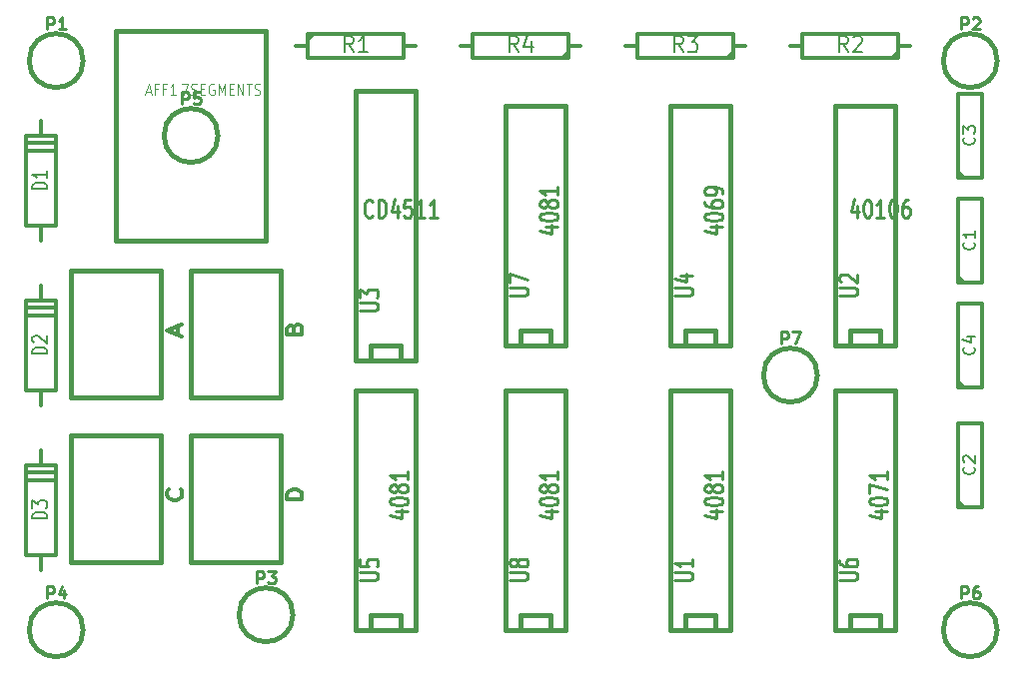
<source format=gto>
G04 (created by PCBNEW (2013-07-07 BZR 4022)-stable) date 17-11-2017 21:30:10*
%MOIN*%
G04 Gerber Fmt 3.4, Leading zero omitted, Abs format*
%FSLAX34Y34*%
G01*
G70*
G90*
G04 APERTURE LIST*
%ADD10C,0.00590551*%
%ADD11C,0.012*%
%ADD12C,0.015*%
%ADD13C,0.008*%
%ADD14C,0.01125*%
%ADD15C,0.00393701*%
%ADD16C,0.01*%
G04 APERTURE END LIST*
G54D10*
G54D11*
X52500Y-23000D02*
X52900Y-23000D01*
X52900Y-23000D02*
X52900Y-22600D01*
X52900Y-22600D02*
X56100Y-22600D01*
X56100Y-22600D02*
X56100Y-23400D01*
X56100Y-23400D02*
X52900Y-23400D01*
X52900Y-23400D02*
X52900Y-23000D01*
X52900Y-22800D02*
X53100Y-22600D01*
X56500Y-23000D02*
X56100Y-23000D01*
X73000Y-23000D02*
X72600Y-23000D01*
X72600Y-23000D02*
X72600Y-23400D01*
X72600Y-23400D02*
X69400Y-23400D01*
X69400Y-23400D02*
X69400Y-22600D01*
X69400Y-22600D02*
X72600Y-22600D01*
X72600Y-22600D02*
X72600Y-23000D01*
X72600Y-23200D02*
X72400Y-23400D01*
X69000Y-23000D02*
X69400Y-23000D01*
X67500Y-23000D02*
X67100Y-23000D01*
X67100Y-23000D02*
X67100Y-23400D01*
X67100Y-23400D02*
X63900Y-23400D01*
X63900Y-23400D02*
X63900Y-22600D01*
X63900Y-22600D02*
X67100Y-22600D01*
X67100Y-22600D02*
X67100Y-23000D01*
X67100Y-23200D02*
X66900Y-23400D01*
X63500Y-23000D02*
X63900Y-23000D01*
X62000Y-23000D02*
X61600Y-23000D01*
X61600Y-23000D02*
X61600Y-23400D01*
X61600Y-23400D02*
X58400Y-23400D01*
X58400Y-23400D02*
X58400Y-22600D01*
X58400Y-22600D02*
X61600Y-22600D01*
X61600Y-22600D02*
X61600Y-23000D01*
X61600Y-23200D02*
X61400Y-23400D01*
X58000Y-23000D02*
X58400Y-23000D01*
G54D12*
X55000Y-33500D02*
X55000Y-33500D01*
X55000Y-33500D02*
X55000Y-33000D01*
X55000Y-33000D02*
X56000Y-33000D01*
X56000Y-33000D02*
X56000Y-33500D01*
X54500Y-33500D02*
X54500Y-24500D01*
X54500Y-24500D02*
X56500Y-24500D01*
X56500Y-24500D02*
X56500Y-33500D01*
X56500Y-33500D02*
X54500Y-33500D01*
X59500Y-33000D02*
X59500Y-25000D01*
X61500Y-25000D02*
X61500Y-33000D01*
X61500Y-33000D02*
X59500Y-33000D01*
X60000Y-33000D02*
X60000Y-32500D01*
X60000Y-32500D02*
X61000Y-32500D01*
X61000Y-32500D02*
X61000Y-33000D01*
X59500Y-25000D02*
X61500Y-25000D01*
X54500Y-42500D02*
X54500Y-34500D01*
X56500Y-34500D02*
X56500Y-42500D01*
X56500Y-42500D02*
X54500Y-42500D01*
X55000Y-42500D02*
X55000Y-42000D01*
X55000Y-42000D02*
X56000Y-42000D01*
X56000Y-42000D02*
X56000Y-42500D01*
X54500Y-34500D02*
X56500Y-34500D01*
X65000Y-33000D02*
X65000Y-25000D01*
X67000Y-25000D02*
X67000Y-33000D01*
X67000Y-33000D02*
X65000Y-33000D01*
X65500Y-33000D02*
X65500Y-32500D01*
X65500Y-32500D02*
X66500Y-32500D01*
X66500Y-32500D02*
X66500Y-33000D01*
X65000Y-25000D02*
X67000Y-25000D01*
X70500Y-42500D02*
X70500Y-34500D01*
X72500Y-34500D02*
X72500Y-42500D01*
X72500Y-42500D02*
X70500Y-42500D01*
X71000Y-42500D02*
X71000Y-42000D01*
X71000Y-42000D02*
X72000Y-42000D01*
X72000Y-42000D02*
X72000Y-42500D01*
X70500Y-34500D02*
X72500Y-34500D01*
X65000Y-42500D02*
X65000Y-34500D01*
X67000Y-34500D02*
X67000Y-42500D01*
X67000Y-42500D02*
X65000Y-42500D01*
X65500Y-42500D02*
X65500Y-42000D01*
X65500Y-42000D02*
X66500Y-42000D01*
X66500Y-42000D02*
X66500Y-42500D01*
X65000Y-34500D02*
X67000Y-34500D01*
X59500Y-42500D02*
X59500Y-34500D01*
X61500Y-34500D02*
X61500Y-42500D01*
X61500Y-42500D02*
X59500Y-42500D01*
X60000Y-42500D02*
X60000Y-42000D01*
X60000Y-42000D02*
X61000Y-42000D01*
X61000Y-42000D02*
X61000Y-42500D01*
X59500Y-34500D02*
X61500Y-34500D01*
X70500Y-33000D02*
X70500Y-25000D01*
X72500Y-25000D02*
X72500Y-33000D01*
X72500Y-33000D02*
X70500Y-33000D01*
X71000Y-33000D02*
X71000Y-32500D01*
X71000Y-32500D02*
X72000Y-32500D01*
X72000Y-32500D02*
X72000Y-33000D01*
X70500Y-25000D02*
X72500Y-25000D01*
G54D11*
X43500Y-29000D02*
X43500Y-26000D01*
X43500Y-26000D02*
X44500Y-26000D01*
X44500Y-26000D02*
X44500Y-29000D01*
X44500Y-29000D02*
X43500Y-29000D01*
X43500Y-26250D02*
X44500Y-26250D01*
X44500Y-26500D02*
X43500Y-26500D01*
X44000Y-29000D02*
X44000Y-29500D01*
X44000Y-26000D02*
X44000Y-25500D01*
X43500Y-34500D02*
X43500Y-31500D01*
X43500Y-31500D02*
X44500Y-31500D01*
X44500Y-31500D02*
X44500Y-34500D01*
X44500Y-34500D02*
X43500Y-34500D01*
X43500Y-31750D02*
X44500Y-31750D01*
X44500Y-32000D02*
X43500Y-32000D01*
X44000Y-34500D02*
X44000Y-35000D01*
X44000Y-31500D02*
X44000Y-31000D01*
X43500Y-40000D02*
X43500Y-37000D01*
X43500Y-37000D02*
X44500Y-37000D01*
X44500Y-37000D02*
X44500Y-40000D01*
X44500Y-40000D02*
X43500Y-40000D01*
X43500Y-37250D02*
X44500Y-37250D01*
X44500Y-37500D02*
X43500Y-37500D01*
X44000Y-40000D02*
X44000Y-40500D01*
X44000Y-37000D02*
X44000Y-36500D01*
X74600Y-34400D02*
X74600Y-31600D01*
X74600Y-31600D02*
X75400Y-31600D01*
X75400Y-31600D02*
X75400Y-34400D01*
X75400Y-34400D02*
X74600Y-34400D01*
X74800Y-34400D02*
X74600Y-34200D01*
X74600Y-27400D02*
X74600Y-24600D01*
X74600Y-24600D02*
X75400Y-24600D01*
X75400Y-24600D02*
X75400Y-27400D01*
X75400Y-27400D02*
X74600Y-27400D01*
X74800Y-27400D02*
X74600Y-27200D01*
X74600Y-38400D02*
X74600Y-35600D01*
X74600Y-35600D02*
X75400Y-35600D01*
X75400Y-35600D02*
X75400Y-38400D01*
X75400Y-38400D02*
X74600Y-38400D01*
X74800Y-38400D02*
X74600Y-38200D01*
X74600Y-30900D02*
X74600Y-28100D01*
X74600Y-28100D02*
X75400Y-28100D01*
X75400Y-28100D02*
X75400Y-30900D01*
X75400Y-30900D02*
X74600Y-30900D01*
X74800Y-30900D02*
X74600Y-30700D01*
G54D12*
X45000Y-30500D02*
X45000Y-34750D01*
X45000Y-34750D02*
X48000Y-34750D01*
X48000Y-34750D02*
X48000Y-30500D01*
X48000Y-30500D02*
X45000Y-30500D01*
X49000Y-30500D02*
X49000Y-34750D01*
X49000Y-34750D02*
X52000Y-34750D01*
X52000Y-34750D02*
X52000Y-30500D01*
X52000Y-30500D02*
X49000Y-30500D01*
X45000Y-36000D02*
X45000Y-40250D01*
X45000Y-40250D02*
X48000Y-40250D01*
X48000Y-40250D02*
X48000Y-36000D01*
X48000Y-36000D02*
X45000Y-36000D01*
X49000Y-36000D02*
X49000Y-40250D01*
X49000Y-40250D02*
X52000Y-40250D01*
X52000Y-40250D02*
X52000Y-36000D01*
X52000Y-36000D02*
X49000Y-36000D01*
X46500Y-29500D02*
X46500Y-22500D01*
X46500Y-22500D02*
X51500Y-22500D01*
X51500Y-22500D02*
X51500Y-29500D01*
X51500Y-29500D02*
X46500Y-29500D01*
X69900Y-34000D02*
G75*
G03X69900Y-34000I-900J0D01*
G74*
G01*
X49900Y-26000D02*
G75*
G03X49900Y-26000I-900J0D01*
G74*
G01*
X75900Y-42500D02*
G75*
G03X75900Y-42500I-900J0D01*
G74*
G01*
X45400Y-42500D02*
G75*
G03X45400Y-42500I-900J0D01*
G74*
G01*
X75900Y-23500D02*
G75*
G03X75900Y-23500I-900J0D01*
G74*
G01*
X52400Y-42000D02*
G75*
G03X52400Y-42000I-900J0D01*
G74*
G01*
X45400Y-23500D02*
G75*
G03X45400Y-23500I-900J0D01*
G74*
G01*
G54D13*
X54416Y-23222D02*
X54250Y-22960D01*
X54130Y-23222D02*
X54130Y-22672D01*
X54321Y-22672D01*
X54369Y-22698D01*
X54392Y-22725D01*
X54416Y-22777D01*
X54416Y-22855D01*
X54392Y-22908D01*
X54369Y-22934D01*
X54321Y-22960D01*
X54130Y-22960D01*
X54892Y-23222D02*
X54607Y-23222D01*
X54750Y-23222D02*
X54750Y-22672D01*
X54702Y-22751D01*
X54654Y-22803D01*
X54607Y-22829D01*
X70916Y-23222D02*
X70750Y-22960D01*
X70630Y-23222D02*
X70630Y-22672D01*
X70821Y-22672D01*
X70869Y-22698D01*
X70892Y-22725D01*
X70916Y-22777D01*
X70916Y-22855D01*
X70892Y-22908D01*
X70869Y-22934D01*
X70821Y-22960D01*
X70630Y-22960D01*
X71107Y-22725D02*
X71130Y-22698D01*
X71178Y-22672D01*
X71297Y-22672D01*
X71345Y-22698D01*
X71369Y-22725D01*
X71392Y-22777D01*
X71392Y-22829D01*
X71369Y-22908D01*
X71083Y-23222D01*
X71392Y-23222D01*
X65416Y-23222D02*
X65250Y-22960D01*
X65130Y-23222D02*
X65130Y-22672D01*
X65321Y-22672D01*
X65369Y-22698D01*
X65392Y-22725D01*
X65416Y-22777D01*
X65416Y-22855D01*
X65392Y-22908D01*
X65369Y-22934D01*
X65321Y-22960D01*
X65130Y-22960D01*
X65583Y-22672D02*
X65892Y-22672D01*
X65726Y-22882D01*
X65797Y-22882D01*
X65845Y-22908D01*
X65869Y-22934D01*
X65892Y-22986D01*
X65892Y-23117D01*
X65869Y-23170D01*
X65845Y-23196D01*
X65797Y-23222D01*
X65654Y-23222D01*
X65607Y-23196D01*
X65583Y-23170D01*
X59916Y-23222D02*
X59750Y-22960D01*
X59630Y-23222D02*
X59630Y-22672D01*
X59821Y-22672D01*
X59869Y-22698D01*
X59892Y-22725D01*
X59916Y-22777D01*
X59916Y-22855D01*
X59892Y-22908D01*
X59869Y-22934D01*
X59821Y-22960D01*
X59630Y-22960D01*
X60345Y-22855D02*
X60345Y-23222D01*
X60226Y-22646D02*
X60107Y-23039D01*
X60416Y-23039D01*
G54D14*
X54642Y-31842D02*
X55128Y-31842D01*
X55185Y-31821D01*
X55214Y-31800D01*
X55242Y-31757D01*
X55242Y-31671D01*
X55214Y-31628D01*
X55185Y-31607D01*
X55128Y-31585D01*
X54642Y-31585D01*
X54642Y-31414D02*
X54642Y-31135D01*
X54871Y-31285D01*
X54871Y-31221D01*
X54900Y-31178D01*
X54928Y-31157D01*
X54985Y-31135D01*
X55128Y-31135D01*
X55185Y-31157D01*
X55214Y-31178D01*
X55242Y-31221D01*
X55242Y-31350D01*
X55214Y-31392D01*
X55185Y-31414D01*
G54D11*
G54D14*
X55057Y-28685D02*
X55035Y-28714D01*
X54971Y-28742D01*
X54928Y-28742D01*
X54864Y-28714D01*
X54821Y-28657D01*
X54800Y-28600D01*
X54778Y-28485D01*
X54778Y-28400D01*
X54800Y-28285D01*
X54821Y-28228D01*
X54864Y-28171D01*
X54928Y-28142D01*
X54971Y-28142D01*
X55035Y-28171D01*
X55057Y-28200D01*
X55250Y-28742D02*
X55250Y-28142D01*
X55357Y-28142D01*
X55421Y-28171D01*
X55464Y-28228D01*
X55485Y-28285D01*
X55507Y-28400D01*
X55507Y-28485D01*
X55485Y-28600D01*
X55464Y-28657D01*
X55421Y-28714D01*
X55357Y-28742D01*
X55250Y-28742D01*
X55892Y-28342D02*
X55892Y-28742D01*
X55785Y-28114D02*
X55678Y-28542D01*
X55957Y-28542D01*
X56342Y-28142D02*
X56128Y-28142D01*
X56107Y-28428D01*
X56128Y-28400D01*
X56171Y-28371D01*
X56278Y-28371D01*
X56321Y-28400D01*
X56342Y-28428D01*
X56364Y-28485D01*
X56364Y-28628D01*
X56342Y-28685D01*
X56321Y-28714D01*
X56278Y-28742D01*
X56171Y-28742D01*
X56128Y-28714D01*
X56107Y-28685D01*
X56792Y-28742D02*
X56535Y-28742D01*
X56664Y-28742D02*
X56664Y-28142D01*
X56621Y-28228D01*
X56578Y-28285D01*
X56535Y-28314D01*
X57221Y-28742D02*
X56964Y-28742D01*
X57092Y-28742D02*
X57092Y-28142D01*
X57050Y-28228D01*
X57007Y-28285D01*
X56964Y-28314D01*
G54D11*
G54D14*
X59642Y-31342D02*
X60128Y-31342D01*
X60185Y-31321D01*
X60214Y-31300D01*
X60242Y-31257D01*
X60242Y-31171D01*
X60214Y-31128D01*
X60185Y-31107D01*
X60128Y-31085D01*
X59642Y-31085D01*
X59642Y-30914D02*
X59642Y-30614D01*
X60242Y-30807D01*
G54D11*
G54D14*
X60842Y-29057D02*
X61242Y-29057D01*
X60614Y-29164D02*
X61042Y-29271D01*
X61042Y-28992D01*
X60642Y-28735D02*
X60642Y-28692D01*
X60671Y-28650D01*
X60700Y-28628D01*
X60757Y-28607D01*
X60871Y-28585D01*
X61014Y-28585D01*
X61128Y-28607D01*
X61185Y-28628D01*
X61214Y-28650D01*
X61242Y-28692D01*
X61242Y-28735D01*
X61214Y-28778D01*
X61185Y-28800D01*
X61128Y-28821D01*
X61014Y-28842D01*
X60871Y-28842D01*
X60757Y-28821D01*
X60700Y-28800D01*
X60671Y-28778D01*
X60642Y-28735D01*
X60900Y-28328D02*
X60871Y-28371D01*
X60842Y-28392D01*
X60785Y-28414D01*
X60757Y-28414D01*
X60700Y-28392D01*
X60671Y-28371D01*
X60642Y-28328D01*
X60642Y-28242D01*
X60671Y-28200D01*
X60700Y-28178D01*
X60757Y-28157D01*
X60785Y-28157D01*
X60842Y-28178D01*
X60871Y-28200D01*
X60900Y-28242D01*
X60900Y-28328D01*
X60928Y-28371D01*
X60957Y-28392D01*
X61014Y-28414D01*
X61128Y-28414D01*
X61185Y-28392D01*
X61214Y-28371D01*
X61242Y-28328D01*
X61242Y-28242D01*
X61214Y-28200D01*
X61185Y-28178D01*
X61128Y-28157D01*
X61014Y-28157D01*
X60957Y-28178D01*
X60928Y-28200D01*
X60900Y-28242D01*
X61242Y-27728D02*
X61242Y-27985D01*
X61242Y-27857D02*
X60642Y-27857D01*
X60728Y-27900D01*
X60785Y-27942D01*
X60814Y-27985D01*
G54D11*
G54D14*
X54642Y-40842D02*
X55128Y-40842D01*
X55185Y-40821D01*
X55214Y-40800D01*
X55242Y-40757D01*
X55242Y-40671D01*
X55214Y-40628D01*
X55185Y-40607D01*
X55128Y-40585D01*
X54642Y-40585D01*
X54642Y-40157D02*
X54642Y-40371D01*
X54928Y-40392D01*
X54900Y-40371D01*
X54871Y-40328D01*
X54871Y-40221D01*
X54900Y-40178D01*
X54928Y-40157D01*
X54985Y-40135D01*
X55128Y-40135D01*
X55185Y-40157D01*
X55214Y-40178D01*
X55242Y-40221D01*
X55242Y-40328D01*
X55214Y-40371D01*
X55185Y-40392D01*
G54D11*
G54D14*
X55842Y-38557D02*
X56242Y-38557D01*
X55614Y-38664D02*
X56042Y-38771D01*
X56042Y-38492D01*
X55642Y-38235D02*
X55642Y-38192D01*
X55671Y-38150D01*
X55700Y-38128D01*
X55757Y-38107D01*
X55871Y-38085D01*
X56014Y-38085D01*
X56128Y-38107D01*
X56185Y-38128D01*
X56214Y-38150D01*
X56242Y-38192D01*
X56242Y-38235D01*
X56214Y-38278D01*
X56185Y-38300D01*
X56128Y-38321D01*
X56014Y-38342D01*
X55871Y-38342D01*
X55757Y-38321D01*
X55700Y-38300D01*
X55671Y-38278D01*
X55642Y-38235D01*
X55900Y-37828D02*
X55871Y-37871D01*
X55842Y-37892D01*
X55785Y-37914D01*
X55757Y-37914D01*
X55700Y-37892D01*
X55671Y-37871D01*
X55642Y-37828D01*
X55642Y-37742D01*
X55671Y-37700D01*
X55700Y-37678D01*
X55757Y-37657D01*
X55785Y-37657D01*
X55842Y-37678D01*
X55871Y-37700D01*
X55900Y-37742D01*
X55900Y-37828D01*
X55928Y-37871D01*
X55957Y-37892D01*
X56014Y-37914D01*
X56128Y-37914D01*
X56185Y-37892D01*
X56214Y-37871D01*
X56242Y-37828D01*
X56242Y-37742D01*
X56214Y-37700D01*
X56185Y-37678D01*
X56128Y-37657D01*
X56014Y-37657D01*
X55957Y-37678D01*
X55928Y-37700D01*
X55900Y-37742D01*
X56242Y-37228D02*
X56242Y-37485D01*
X56242Y-37357D02*
X55642Y-37357D01*
X55728Y-37400D01*
X55785Y-37442D01*
X55814Y-37485D01*
G54D11*
G54D14*
X65142Y-31342D02*
X65628Y-31342D01*
X65685Y-31321D01*
X65714Y-31300D01*
X65742Y-31257D01*
X65742Y-31171D01*
X65714Y-31128D01*
X65685Y-31107D01*
X65628Y-31085D01*
X65142Y-31085D01*
X65342Y-30678D02*
X65742Y-30678D01*
X65114Y-30785D02*
X65542Y-30892D01*
X65542Y-30614D01*
G54D11*
G54D14*
X66342Y-29057D02*
X66742Y-29057D01*
X66114Y-29164D02*
X66542Y-29271D01*
X66542Y-28992D01*
X66142Y-28735D02*
X66142Y-28692D01*
X66171Y-28650D01*
X66200Y-28628D01*
X66257Y-28607D01*
X66371Y-28585D01*
X66514Y-28585D01*
X66628Y-28607D01*
X66685Y-28628D01*
X66714Y-28650D01*
X66742Y-28692D01*
X66742Y-28735D01*
X66714Y-28778D01*
X66685Y-28800D01*
X66628Y-28821D01*
X66514Y-28842D01*
X66371Y-28842D01*
X66257Y-28821D01*
X66200Y-28800D01*
X66171Y-28778D01*
X66142Y-28735D01*
X66142Y-28200D02*
X66142Y-28285D01*
X66171Y-28328D01*
X66200Y-28350D01*
X66285Y-28392D01*
X66400Y-28414D01*
X66628Y-28414D01*
X66685Y-28392D01*
X66714Y-28371D01*
X66742Y-28328D01*
X66742Y-28242D01*
X66714Y-28200D01*
X66685Y-28178D01*
X66628Y-28157D01*
X66485Y-28157D01*
X66428Y-28178D01*
X66400Y-28200D01*
X66371Y-28242D01*
X66371Y-28328D01*
X66400Y-28371D01*
X66428Y-28392D01*
X66485Y-28414D01*
X66742Y-27942D02*
X66742Y-27857D01*
X66714Y-27814D01*
X66685Y-27792D01*
X66600Y-27750D01*
X66485Y-27728D01*
X66257Y-27728D01*
X66200Y-27750D01*
X66171Y-27771D01*
X66142Y-27814D01*
X66142Y-27900D01*
X66171Y-27942D01*
X66200Y-27964D01*
X66257Y-27985D01*
X66400Y-27985D01*
X66457Y-27964D01*
X66485Y-27942D01*
X66514Y-27900D01*
X66514Y-27814D01*
X66485Y-27771D01*
X66457Y-27750D01*
X66400Y-27728D01*
G54D11*
G54D14*
X70642Y-40842D02*
X71128Y-40842D01*
X71185Y-40821D01*
X71214Y-40800D01*
X71242Y-40757D01*
X71242Y-40671D01*
X71214Y-40628D01*
X71185Y-40607D01*
X71128Y-40585D01*
X70642Y-40585D01*
X70642Y-40178D02*
X70642Y-40264D01*
X70671Y-40307D01*
X70700Y-40328D01*
X70785Y-40371D01*
X70900Y-40392D01*
X71128Y-40392D01*
X71185Y-40371D01*
X71214Y-40350D01*
X71242Y-40307D01*
X71242Y-40221D01*
X71214Y-40178D01*
X71185Y-40157D01*
X71128Y-40135D01*
X70985Y-40135D01*
X70928Y-40157D01*
X70900Y-40178D01*
X70871Y-40221D01*
X70871Y-40307D01*
X70900Y-40350D01*
X70928Y-40371D01*
X70985Y-40392D01*
G54D11*
G54D14*
X71842Y-38557D02*
X72242Y-38557D01*
X71614Y-38664D02*
X72042Y-38771D01*
X72042Y-38492D01*
X71642Y-38235D02*
X71642Y-38192D01*
X71671Y-38150D01*
X71700Y-38128D01*
X71757Y-38107D01*
X71871Y-38085D01*
X72014Y-38085D01*
X72128Y-38107D01*
X72185Y-38128D01*
X72214Y-38150D01*
X72242Y-38192D01*
X72242Y-38235D01*
X72214Y-38278D01*
X72185Y-38300D01*
X72128Y-38321D01*
X72014Y-38342D01*
X71871Y-38342D01*
X71757Y-38321D01*
X71700Y-38300D01*
X71671Y-38278D01*
X71642Y-38235D01*
X71642Y-37935D02*
X71642Y-37635D01*
X72242Y-37828D01*
X72242Y-37228D02*
X72242Y-37485D01*
X72242Y-37357D02*
X71642Y-37357D01*
X71728Y-37400D01*
X71785Y-37442D01*
X71814Y-37485D01*
G54D11*
G54D14*
X65142Y-40842D02*
X65628Y-40842D01*
X65685Y-40821D01*
X65714Y-40800D01*
X65742Y-40757D01*
X65742Y-40671D01*
X65714Y-40628D01*
X65685Y-40607D01*
X65628Y-40585D01*
X65142Y-40585D01*
X65742Y-40135D02*
X65742Y-40392D01*
X65742Y-40264D02*
X65142Y-40264D01*
X65228Y-40307D01*
X65285Y-40350D01*
X65314Y-40392D01*
G54D11*
G54D14*
X66342Y-38557D02*
X66742Y-38557D01*
X66114Y-38664D02*
X66542Y-38771D01*
X66542Y-38492D01*
X66142Y-38235D02*
X66142Y-38192D01*
X66171Y-38150D01*
X66200Y-38128D01*
X66257Y-38107D01*
X66371Y-38085D01*
X66514Y-38085D01*
X66628Y-38107D01*
X66685Y-38128D01*
X66714Y-38150D01*
X66742Y-38192D01*
X66742Y-38235D01*
X66714Y-38278D01*
X66685Y-38300D01*
X66628Y-38321D01*
X66514Y-38342D01*
X66371Y-38342D01*
X66257Y-38321D01*
X66200Y-38300D01*
X66171Y-38278D01*
X66142Y-38235D01*
X66400Y-37828D02*
X66371Y-37871D01*
X66342Y-37892D01*
X66285Y-37914D01*
X66257Y-37914D01*
X66200Y-37892D01*
X66171Y-37871D01*
X66142Y-37828D01*
X66142Y-37742D01*
X66171Y-37700D01*
X66200Y-37678D01*
X66257Y-37657D01*
X66285Y-37657D01*
X66342Y-37678D01*
X66371Y-37700D01*
X66400Y-37742D01*
X66400Y-37828D01*
X66428Y-37871D01*
X66457Y-37892D01*
X66514Y-37914D01*
X66628Y-37914D01*
X66685Y-37892D01*
X66714Y-37871D01*
X66742Y-37828D01*
X66742Y-37742D01*
X66714Y-37700D01*
X66685Y-37678D01*
X66628Y-37657D01*
X66514Y-37657D01*
X66457Y-37678D01*
X66428Y-37700D01*
X66400Y-37742D01*
X66742Y-37228D02*
X66742Y-37485D01*
X66742Y-37357D02*
X66142Y-37357D01*
X66228Y-37400D01*
X66285Y-37442D01*
X66314Y-37485D01*
G54D11*
G54D14*
X59642Y-40842D02*
X60128Y-40842D01*
X60185Y-40821D01*
X60214Y-40800D01*
X60242Y-40757D01*
X60242Y-40671D01*
X60214Y-40628D01*
X60185Y-40607D01*
X60128Y-40585D01*
X59642Y-40585D01*
X59900Y-40307D02*
X59871Y-40350D01*
X59842Y-40371D01*
X59785Y-40392D01*
X59757Y-40392D01*
X59700Y-40371D01*
X59671Y-40350D01*
X59642Y-40307D01*
X59642Y-40221D01*
X59671Y-40178D01*
X59700Y-40157D01*
X59757Y-40135D01*
X59785Y-40135D01*
X59842Y-40157D01*
X59871Y-40178D01*
X59900Y-40221D01*
X59900Y-40307D01*
X59928Y-40350D01*
X59957Y-40371D01*
X60014Y-40392D01*
X60128Y-40392D01*
X60185Y-40371D01*
X60214Y-40350D01*
X60242Y-40307D01*
X60242Y-40221D01*
X60214Y-40178D01*
X60185Y-40157D01*
X60128Y-40135D01*
X60014Y-40135D01*
X59957Y-40157D01*
X59928Y-40178D01*
X59900Y-40221D01*
G54D11*
G54D14*
X60842Y-38557D02*
X61242Y-38557D01*
X60614Y-38664D02*
X61042Y-38771D01*
X61042Y-38492D01*
X60642Y-38235D02*
X60642Y-38192D01*
X60671Y-38150D01*
X60700Y-38128D01*
X60757Y-38107D01*
X60871Y-38085D01*
X61014Y-38085D01*
X61128Y-38107D01*
X61185Y-38128D01*
X61214Y-38150D01*
X61242Y-38192D01*
X61242Y-38235D01*
X61214Y-38278D01*
X61185Y-38300D01*
X61128Y-38321D01*
X61014Y-38342D01*
X60871Y-38342D01*
X60757Y-38321D01*
X60700Y-38300D01*
X60671Y-38278D01*
X60642Y-38235D01*
X60900Y-37828D02*
X60871Y-37871D01*
X60842Y-37892D01*
X60785Y-37914D01*
X60757Y-37914D01*
X60700Y-37892D01*
X60671Y-37871D01*
X60642Y-37828D01*
X60642Y-37742D01*
X60671Y-37700D01*
X60700Y-37678D01*
X60757Y-37657D01*
X60785Y-37657D01*
X60842Y-37678D01*
X60871Y-37700D01*
X60900Y-37742D01*
X60900Y-37828D01*
X60928Y-37871D01*
X60957Y-37892D01*
X61014Y-37914D01*
X61128Y-37914D01*
X61185Y-37892D01*
X61214Y-37871D01*
X61242Y-37828D01*
X61242Y-37742D01*
X61214Y-37700D01*
X61185Y-37678D01*
X61128Y-37657D01*
X61014Y-37657D01*
X60957Y-37678D01*
X60928Y-37700D01*
X60900Y-37742D01*
X61242Y-37228D02*
X61242Y-37485D01*
X61242Y-37357D02*
X60642Y-37357D01*
X60728Y-37400D01*
X60785Y-37442D01*
X60814Y-37485D01*
G54D11*
G54D14*
X70642Y-31342D02*
X71128Y-31342D01*
X71185Y-31321D01*
X71214Y-31300D01*
X71242Y-31257D01*
X71242Y-31171D01*
X71214Y-31128D01*
X71185Y-31107D01*
X71128Y-31085D01*
X70642Y-31085D01*
X70700Y-30892D02*
X70671Y-30871D01*
X70642Y-30828D01*
X70642Y-30721D01*
X70671Y-30678D01*
X70700Y-30657D01*
X70757Y-30635D01*
X70814Y-30635D01*
X70900Y-30657D01*
X71242Y-30914D01*
X71242Y-30635D01*
G54D11*
G54D14*
X71228Y-28342D02*
X71228Y-28742D01*
X71121Y-28114D02*
X71014Y-28542D01*
X71292Y-28542D01*
X71550Y-28142D02*
X71592Y-28142D01*
X71635Y-28171D01*
X71657Y-28200D01*
X71678Y-28257D01*
X71700Y-28371D01*
X71700Y-28514D01*
X71678Y-28628D01*
X71657Y-28685D01*
X71635Y-28714D01*
X71592Y-28742D01*
X71550Y-28742D01*
X71507Y-28714D01*
X71485Y-28685D01*
X71464Y-28628D01*
X71442Y-28514D01*
X71442Y-28371D01*
X71464Y-28257D01*
X71485Y-28200D01*
X71507Y-28171D01*
X71550Y-28142D01*
X72128Y-28742D02*
X71871Y-28742D01*
X72000Y-28742D02*
X72000Y-28142D01*
X71957Y-28228D01*
X71914Y-28285D01*
X71871Y-28314D01*
X72407Y-28142D02*
X72450Y-28142D01*
X72492Y-28171D01*
X72514Y-28200D01*
X72535Y-28257D01*
X72557Y-28371D01*
X72557Y-28514D01*
X72535Y-28628D01*
X72514Y-28685D01*
X72492Y-28714D01*
X72450Y-28742D01*
X72407Y-28742D01*
X72364Y-28714D01*
X72342Y-28685D01*
X72321Y-28628D01*
X72300Y-28514D01*
X72300Y-28371D01*
X72321Y-28257D01*
X72342Y-28200D01*
X72364Y-28171D01*
X72407Y-28142D01*
X72942Y-28142D02*
X72857Y-28142D01*
X72814Y-28171D01*
X72792Y-28200D01*
X72750Y-28285D01*
X72728Y-28400D01*
X72728Y-28628D01*
X72750Y-28685D01*
X72771Y-28714D01*
X72814Y-28742D01*
X72900Y-28742D01*
X72942Y-28714D01*
X72964Y-28685D01*
X72985Y-28628D01*
X72985Y-28485D01*
X72964Y-28428D01*
X72942Y-28400D01*
X72900Y-28371D01*
X72814Y-28371D01*
X72771Y-28400D01*
X72750Y-28428D01*
X72728Y-28485D01*
G54D11*
G54D13*
X44202Y-27795D02*
X43702Y-27795D01*
X43702Y-27699D01*
X43726Y-27642D01*
X43773Y-27604D01*
X43821Y-27585D01*
X43916Y-27566D01*
X43988Y-27566D01*
X44083Y-27585D01*
X44130Y-27604D01*
X44178Y-27642D01*
X44202Y-27699D01*
X44202Y-27795D01*
X44202Y-27185D02*
X44202Y-27414D01*
X44202Y-27299D02*
X43702Y-27299D01*
X43773Y-27338D01*
X43821Y-27376D01*
X43845Y-27414D01*
X44202Y-33295D02*
X43702Y-33295D01*
X43702Y-33199D01*
X43726Y-33142D01*
X43773Y-33104D01*
X43821Y-33085D01*
X43916Y-33066D01*
X43988Y-33066D01*
X44083Y-33085D01*
X44130Y-33104D01*
X44178Y-33142D01*
X44202Y-33199D01*
X44202Y-33295D01*
X43750Y-32914D02*
X43726Y-32895D01*
X43702Y-32857D01*
X43702Y-32761D01*
X43726Y-32723D01*
X43750Y-32704D01*
X43797Y-32685D01*
X43845Y-32685D01*
X43916Y-32704D01*
X44202Y-32933D01*
X44202Y-32685D01*
X44202Y-38795D02*
X43702Y-38795D01*
X43702Y-38699D01*
X43726Y-38642D01*
X43773Y-38604D01*
X43821Y-38585D01*
X43916Y-38566D01*
X43988Y-38566D01*
X44083Y-38585D01*
X44130Y-38604D01*
X44178Y-38642D01*
X44202Y-38699D01*
X44202Y-38795D01*
X43702Y-38433D02*
X43702Y-38185D01*
X43892Y-38319D01*
X43892Y-38261D01*
X43916Y-38223D01*
X43940Y-38204D01*
X43988Y-38185D01*
X44107Y-38185D01*
X44154Y-38204D01*
X44178Y-38223D01*
X44202Y-38261D01*
X44202Y-38376D01*
X44178Y-38414D01*
X44154Y-38433D01*
X75123Y-33066D02*
X75142Y-33085D01*
X75161Y-33142D01*
X75161Y-33180D01*
X75142Y-33238D01*
X75104Y-33276D01*
X75066Y-33295D01*
X74990Y-33314D01*
X74933Y-33314D01*
X74857Y-33295D01*
X74819Y-33276D01*
X74780Y-33238D01*
X74761Y-33180D01*
X74761Y-33142D01*
X74780Y-33085D01*
X74800Y-33066D01*
X74895Y-32723D02*
X75161Y-32723D01*
X74742Y-32819D02*
X75028Y-32914D01*
X75028Y-32666D01*
X75123Y-26066D02*
X75142Y-26085D01*
X75161Y-26142D01*
X75161Y-26180D01*
X75142Y-26238D01*
X75104Y-26276D01*
X75066Y-26295D01*
X74990Y-26314D01*
X74933Y-26314D01*
X74857Y-26295D01*
X74819Y-26276D01*
X74780Y-26238D01*
X74761Y-26180D01*
X74761Y-26142D01*
X74780Y-26085D01*
X74800Y-26066D01*
X74761Y-25933D02*
X74761Y-25685D01*
X74914Y-25819D01*
X74914Y-25761D01*
X74933Y-25723D01*
X74952Y-25704D01*
X74990Y-25685D01*
X75085Y-25685D01*
X75123Y-25704D01*
X75142Y-25723D01*
X75161Y-25761D01*
X75161Y-25876D01*
X75142Y-25914D01*
X75123Y-25933D01*
X75123Y-37066D02*
X75142Y-37085D01*
X75161Y-37142D01*
X75161Y-37180D01*
X75142Y-37238D01*
X75104Y-37276D01*
X75066Y-37295D01*
X74990Y-37314D01*
X74933Y-37314D01*
X74857Y-37295D01*
X74819Y-37276D01*
X74780Y-37238D01*
X74761Y-37180D01*
X74761Y-37142D01*
X74780Y-37085D01*
X74800Y-37066D01*
X74800Y-36914D02*
X74780Y-36895D01*
X74761Y-36857D01*
X74761Y-36761D01*
X74780Y-36723D01*
X74800Y-36704D01*
X74838Y-36685D01*
X74876Y-36685D01*
X74933Y-36704D01*
X75161Y-36933D01*
X75161Y-36685D01*
X75123Y-29566D02*
X75142Y-29585D01*
X75161Y-29642D01*
X75161Y-29680D01*
X75142Y-29738D01*
X75104Y-29776D01*
X75066Y-29795D01*
X74990Y-29814D01*
X74933Y-29814D01*
X74857Y-29795D01*
X74819Y-29776D01*
X74780Y-29738D01*
X74761Y-29680D01*
X74761Y-29642D01*
X74780Y-29585D01*
X74800Y-29566D01*
X75161Y-29185D02*
X75161Y-29414D01*
X75161Y-29299D02*
X74761Y-29299D01*
X74819Y-29338D01*
X74857Y-29376D01*
X74876Y-29414D01*
G54D11*
X48559Y-32642D02*
X48559Y-32357D01*
X48702Y-32700D02*
X48202Y-32500D01*
X48702Y-32300D01*
X52440Y-32457D02*
X52464Y-32371D01*
X52488Y-32342D01*
X52535Y-32314D01*
X52607Y-32314D01*
X52654Y-32342D01*
X52678Y-32371D01*
X52702Y-32428D01*
X52702Y-32657D01*
X52202Y-32657D01*
X52202Y-32457D01*
X52226Y-32400D01*
X52250Y-32371D01*
X52297Y-32342D01*
X52345Y-32342D01*
X52392Y-32371D01*
X52416Y-32400D01*
X52440Y-32457D01*
X52440Y-32657D01*
X48654Y-37814D02*
X48678Y-37842D01*
X48702Y-37928D01*
X48702Y-37985D01*
X48678Y-38071D01*
X48630Y-38128D01*
X48583Y-38157D01*
X48488Y-38185D01*
X48416Y-38185D01*
X48321Y-38157D01*
X48273Y-38128D01*
X48226Y-38071D01*
X48202Y-37985D01*
X48202Y-37928D01*
X48226Y-37842D01*
X48250Y-37814D01*
X52702Y-38157D02*
X52202Y-38157D01*
X52202Y-38014D01*
X52226Y-37928D01*
X52273Y-37871D01*
X52321Y-37842D01*
X52416Y-37814D01*
X52488Y-37814D01*
X52583Y-37842D01*
X52630Y-37871D01*
X52678Y-37928D01*
X52702Y-38014D01*
X52702Y-38157D01*
G54D15*
X47505Y-24546D02*
X47655Y-24546D01*
X47475Y-24659D02*
X47580Y-24265D01*
X47685Y-24659D01*
X47895Y-24453D02*
X47790Y-24453D01*
X47790Y-24659D02*
X47790Y-24265D01*
X47940Y-24265D01*
X48164Y-24453D02*
X48059Y-24453D01*
X48059Y-24659D02*
X48059Y-24265D01*
X48209Y-24265D01*
X48494Y-24659D02*
X48314Y-24659D01*
X48404Y-24659D02*
X48404Y-24265D01*
X48374Y-24321D01*
X48344Y-24359D01*
X48314Y-24378D01*
X48687Y-24265D02*
X48897Y-24265D01*
X48762Y-24659D01*
X49002Y-24640D02*
X49047Y-24659D01*
X49122Y-24659D01*
X49152Y-24640D01*
X49167Y-24621D01*
X49182Y-24584D01*
X49182Y-24546D01*
X49167Y-24509D01*
X49152Y-24490D01*
X49122Y-24471D01*
X49062Y-24453D01*
X49032Y-24434D01*
X49017Y-24415D01*
X49002Y-24378D01*
X49002Y-24340D01*
X49017Y-24303D01*
X49032Y-24284D01*
X49062Y-24265D01*
X49137Y-24265D01*
X49182Y-24284D01*
X49317Y-24453D02*
X49422Y-24453D01*
X49467Y-24659D02*
X49317Y-24659D01*
X49317Y-24265D01*
X49467Y-24265D01*
X49767Y-24284D02*
X49737Y-24265D01*
X49692Y-24265D01*
X49647Y-24284D01*
X49617Y-24321D01*
X49602Y-24359D01*
X49587Y-24434D01*
X49587Y-24490D01*
X49602Y-24565D01*
X49617Y-24603D01*
X49647Y-24640D01*
X49692Y-24659D01*
X49722Y-24659D01*
X49767Y-24640D01*
X49782Y-24621D01*
X49782Y-24490D01*
X49722Y-24490D01*
X49917Y-24659D02*
X49917Y-24265D01*
X50022Y-24546D01*
X50127Y-24265D01*
X50127Y-24659D01*
X50277Y-24453D02*
X50382Y-24453D01*
X50427Y-24659D02*
X50277Y-24659D01*
X50277Y-24265D01*
X50427Y-24265D01*
X50562Y-24659D02*
X50562Y-24265D01*
X50742Y-24659D01*
X50742Y-24265D01*
X50847Y-24265D02*
X51027Y-24265D01*
X50937Y-24659D02*
X50937Y-24265D01*
X51117Y-24640D02*
X51162Y-24659D01*
X51237Y-24659D01*
X51267Y-24640D01*
X51282Y-24621D01*
X51297Y-24584D01*
X51297Y-24546D01*
X51282Y-24509D01*
X51267Y-24490D01*
X51237Y-24471D01*
X51177Y-24453D01*
X51147Y-24434D01*
X51132Y-24415D01*
X51117Y-24378D01*
X51117Y-24340D01*
X51132Y-24303D01*
X51147Y-24284D01*
X51177Y-24265D01*
X51252Y-24265D01*
X51297Y-24284D01*
G54D16*
X68704Y-32961D02*
X68704Y-32561D01*
X68857Y-32561D01*
X68895Y-32580D01*
X68914Y-32600D01*
X68933Y-32638D01*
X68933Y-32695D01*
X68914Y-32733D01*
X68895Y-32752D01*
X68857Y-32771D01*
X68704Y-32771D01*
X69066Y-32561D02*
X69333Y-32561D01*
X69161Y-32961D01*
X48704Y-24961D02*
X48704Y-24561D01*
X48857Y-24561D01*
X48895Y-24580D01*
X48914Y-24600D01*
X48933Y-24638D01*
X48933Y-24695D01*
X48914Y-24733D01*
X48895Y-24752D01*
X48857Y-24771D01*
X48704Y-24771D01*
X49295Y-24561D02*
X49104Y-24561D01*
X49085Y-24752D01*
X49104Y-24733D01*
X49142Y-24714D01*
X49238Y-24714D01*
X49276Y-24733D01*
X49295Y-24752D01*
X49314Y-24790D01*
X49314Y-24885D01*
X49295Y-24923D01*
X49276Y-24942D01*
X49238Y-24961D01*
X49142Y-24961D01*
X49104Y-24942D01*
X49085Y-24923D01*
X74704Y-41461D02*
X74704Y-41061D01*
X74857Y-41061D01*
X74895Y-41080D01*
X74914Y-41100D01*
X74933Y-41138D01*
X74933Y-41195D01*
X74914Y-41233D01*
X74895Y-41252D01*
X74857Y-41271D01*
X74704Y-41271D01*
X75276Y-41061D02*
X75200Y-41061D01*
X75161Y-41080D01*
X75142Y-41100D01*
X75104Y-41157D01*
X75085Y-41233D01*
X75085Y-41385D01*
X75104Y-41423D01*
X75123Y-41442D01*
X75161Y-41461D01*
X75238Y-41461D01*
X75276Y-41442D01*
X75295Y-41423D01*
X75314Y-41385D01*
X75314Y-41290D01*
X75295Y-41252D01*
X75276Y-41233D01*
X75238Y-41214D01*
X75161Y-41214D01*
X75123Y-41233D01*
X75104Y-41252D01*
X75085Y-41290D01*
X44204Y-41461D02*
X44204Y-41061D01*
X44357Y-41061D01*
X44395Y-41080D01*
X44414Y-41100D01*
X44433Y-41138D01*
X44433Y-41195D01*
X44414Y-41233D01*
X44395Y-41252D01*
X44357Y-41271D01*
X44204Y-41271D01*
X44776Y-41195D02*
X44776Y-41461D01*
X44680Y-41042D02*
X44585Y-41328D01*
X44833Y-41328D01*
X74704Y-22461D02*
X74704Y-22061D01*
X74857Y-22061D01*
X74895Y-22080D01*
X74914Y-22100D01*
X74933Y-22138D01*
X74933Y-22195D01*
X74914Y-22233D01*
X74895Y-22252D01*
X74857Y-22271D01*
X74704Y-22271D01*
X75085Y-22100D02*
X75104Y-22080D01*
X75142Y-22061D01*
X75238Y-22061D01*
X75276Y-22080D01*
X75295Y-22100D01*
X75314Y-22138D01*
X75314Y-22176D01*
X75295Y-22233D01*
X75066Y-22461D01*
X75314Y-22461D01*
X51204Y-40961D02*
X51204Y-40561D01*
X51357Y-40561D01*
X51395Y-40580D01*
X51414Y-40600D01*
X51433Y-40638D01*
X51433Y-40695D01*
X51414Y-40733D01*
X51395Y-40752D01*
X51357Y-40771D01*
X51204Y-40771D01*
X51566Y-40561D02*
X51814Y-40561D01*
X51680Y-40714D01*
X51738Y-40714D01*
X51776Y-40733D01*
X51795Y-40752D01*
X51814Y-40790D01*
X51814Y-40885D01*
X51795Y-40923D01*
X51776Y-40942D01*
X51738Y-40961D01*
X51623Y-40961D01*
X51585Y-40942D01*
X51566Y-40923D01*
X44204Y-22461D02*
X44204Y-22061D01*
X44357Y-22061D01*
X44395Y-22080D01*
X44414Y-22100D01*
X44433Y-22138D01*
X44433Y-22195D01*
X44414Y-22233D01*
X44395Y-22252D01*
X44357Y-22271D01*
X44204Y-22271D01*
X44814Y-22461D02*
X44585Y-22461D01*
X44700Y-22461D02*
X44700Y-22061D01*
X44661Y-22119D01*
X44623Y-22157D01*
X44585Y-22176D01*
M02*

</source>
